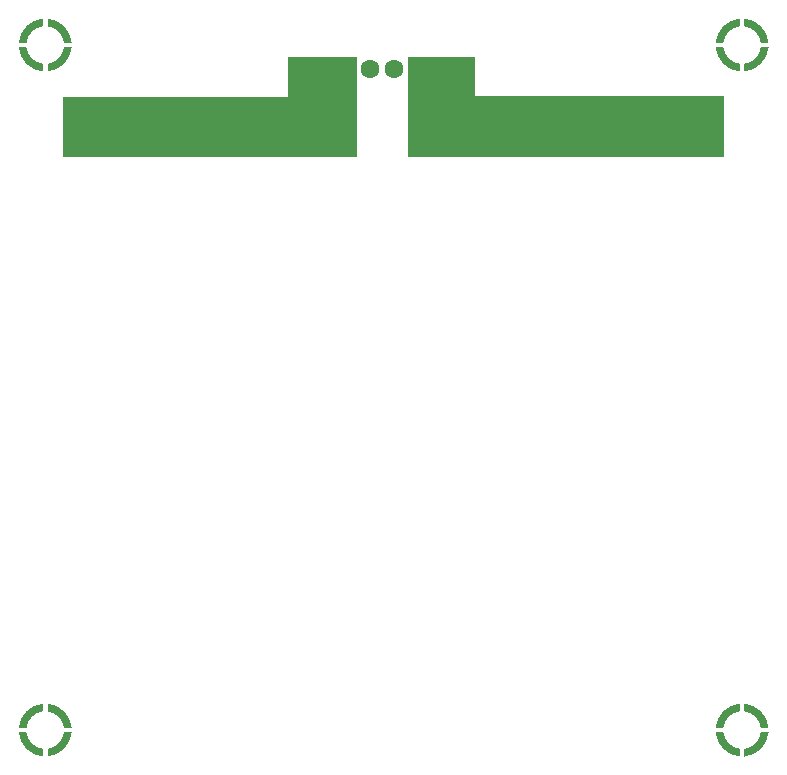
<source format=gbr>
G04*
G04 #@! TF.GenerationSoftware,Altium Limited,Altium Designer,24.3.1 (35)*
G04*
G04 Layer_Physical_Order=1*
G04 Layer_Color=255*
%FSLAX25Y25*%
%MOIN*%
G70*
G04*
G04 #@! TF.SameCoordinates,4C6EEDD9-8573-49FE-A8EC-0E224A19D34F*
G04*
G04*
G04 #@! TF.FilePolarity,Positive*
G04*
G01*
G75*
%ADD13C,0.06299*%
%ADD14C,0.03150*%
G36*
X184500Y246000D02*
X86500D01*
Y266000D01*
X161500D01*
Y279500D01*
X184500D01*
Y246000D01*
D02*
G37*
G36*
X224000Y266500D02*
X307000D01*
Y246000D01*
X201500D01*
Y279500D01*
X224000D01*
Y266500D01*
D02*
G37*
G36*
G01X304169Y55905D02*
G02X312205Y63941I8823J-787D01*
G01Y61368D01*
G03X306742Y55905I787J-6250D01*
G01X304169D01*
D02*
G37*
G36*
G01X313779Y63941D02*
G02X321815Y55905I-787J-8823D01*
G01X319242D01*
G03X313779Y61368I-6250J-787D01*
G01Y63941D01*
D02*
G37*
G36*
G01X321815Y54331D02*
G02X313779Y46295I-8823J787D01*
G01Y48868D01*
G03X319242Y54331I-787J6250D01*
G01X321815D01*
D02*
G37*
G36*
G01X312205Y46295D02*
G02X304169Y54331I787J8823D01*
G01X306742D01*
G03X312205Y48868I6250J787D01*
G01Y46295D01*
D02*
G37*
G36*
G01X79921D02*
G02X71885Y54331I787J8823D01*
G01X74459D01*
G03X79921Y48868I6250J787D01*
G01Y46295D01*
D02*
G37*
G36*
G01X89532Y54331D02*
G02X81496Y46295I-8823J787D01*
G01Y48868D01*
G03X86958Y54331I-787J6250D01*
G01X89532D01*
D02*
G37*
G36*
G01X81496Y63941D02*
G02X89532Y55905I-787J-8823D01*
G01X86958D01*
G03X81496Y61368I-6250J-787D01*
G01Y63941D01*
D02*
G37*
G36*
G01X71885Y55905D02*
G02X79921Y63941I8823J-787D01*
G01Y61368D01*
G03X74459Y55905I787J-6250D01*
G01X71885D01*
D02*
G37*
G36*
G01X304169Y284252D02*
G02X312205Y292288I8823J-787D01*
G01Y289714D01*
G03X306742Y284252I787J-6250D01*
G01X304169D01*
D02*
G37*
G36*
G01X313779Y292288D02*
G02X321815Y284252I-787J-8823D01*
G01X319242D01*
G03X313779Y289714I-6250J-787D01*
G01Y292288D01*
D02*
G37*
G36*
G01X321815Y282677D02*
G02X313779Y274641I-8823J787D01*
G01Y277215D01*
G03X319242Y282677I-787J6250D01*
G01X321815D01*
D02*
G37*
G36*
G01X312205Y274641D02*
G02X304169Y282677I787J8823D01*
G01X306742D01*
G03X312205Y277215I6250J787D01*
G01Y274641D01*
D02*
G37*
G36*
G01X71885Y284252D02*
G02X79921Y292288I8823J-787D01*
G01Y289714D01*
G03X74459Y284252I787J-6250D01*
G01X71885D01*
D02*
G37*
G36*
G01X81496Y292288D02*
G02X89532Y284252I-787J-8823D01*
G01X86958D01*
G03X81496Y289714I-6250J-787D01*
G01Y292288D01*
D02*
G37*
G36*
G01X89532Y282677D02*
G02X81496Y274641I-8823J787D01*
G01Y277215D01*
G03X86958Y282677I-787J6250D01*
G01X89532D01*
D02*
G37*
G36*
G01X79921Y274641D02*
G02X71885Y282677I787J8823D01*
G01X74459D01*
G03X79921Y277215I6250J787D01*
G01Y274641D01*
D02*
G37*
D13*
X220472Y275590D02*
D03*
X165354D02*
D03*
X212598D02*
D03*
X173228D02*
D03*
X204724D02*
D03*
X181102D02*
D03*
X196850D02*
D03*
X188976D02*
D03*
D14*
X92587Y252000D02*
D03*
Y260000D02*
D03*
X96087Y256000D02*
D03*
X99587Y260000D02*
D03*
Y264000D02*
D03*
X89087Y260000D02*
D03*
Y252000D02*
D03*
Y248000D02*
D03*
X99587Y252000D02*
D03*
X89087Y256000D02*
D03*
X99587D02*
D03*
X96087Y260000D02*
D03*
Y252000D02*
D03*
X92587Y256000D02*
D03*
X96087Y248000D02*
D03*
X92587D02*
D03*
X99587D02*
D03*
X89087Y264000D02*
D03*
X92587D02*
D03*
X96087D02*
D03*
X304413D02*
D03*
X293913Y260000D02*
D03*
Y252000D02*
D03*
X304413Y248000D02*
D03*
X293913D02*
D03*
X304413Y252000D02*
D03*
X293913Y256000D02*
D03*
X304413D02*
D03*
X300913Y260000D02*
D03*
Y252000D02*
D03*
X297413Y256000D02*
D03*
X304413Y260000D02*
D03*
X300913Y248000D02*
D03*
X297413Y252000D02*
D03*
Y260000D02*
D03*
X300913Y256000D02*
D03*
X297413Y248000D02*
D03*
X293913Y264000D02*
D03*
X297413D02*
D03*
X300913D02*
D03*
M02*

</source>
